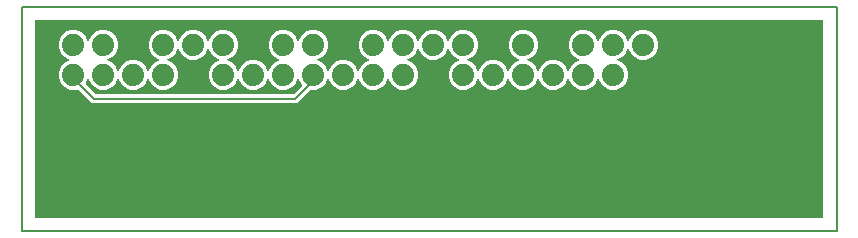
<source format=gbl>
G04 EAGLE Gerber X2 export*
%TF.Part,Single*%
%TF.FileFunction,Other,Bottom Layer Cooper*%
%TF.FilePolarity,Positive*%
%TF.GenerationSoftware,Autodesk,EAGLE,9.4.2*%
%TF.CreationDate,2020-04-14T05:47:31Z*%
G75*
%MOMM*%
%FSLAX34Y34*%
%LPD*%
%INBottom Cooper*%
%AMOC8*
5,1,8,0,0,1.08239X$1,22.5*%
G01*
%ADD10C,0.200000*%
%ADD11C,1.879600*%
%ADD12C,0.152400*%

G36*
X677904Y-178830D02*
X677904Y-178830D01*
X677968Y-178831D01*
X678043Y-178810D01*
X678119Y-178799D01*
X678178Y-178773D01*
X678240Y-178756D01*
X678306Y-178715D01*
X678376Y-178683D01*
X678425Y-178641D01*
X678480Y-178608D01*
X678532Y-178550D01*
X678590Y-178500D01*
X678626Y-178446D01*
X678669Y-178398D01*
X678702Y-178329D01*
X678745Y-178264D01*
X678764Y-178202D01*
X678792Y-178145D01*
X678803Y-178075D01*
X678827Y-177994D01*
X678828Y-177909D01*
X678839Y-177840D01*
X678839Y-12160D01*
X678830Y-12096D01*
X678831Y-12032D01*
X678810Y-11957D01*
X678799Y-11881D01*
X678773Y-11822D01*
X678756Y-11760D01*
X678715Y-11694D01*
X678683Y-11624D01*
X678641Y-11575D01*
X678608Y-11520D01*
X678550Y-11468D01*
X678500Y-11410D01*
X678446Y-11374D01*
X678398Y-11331D01*
X678329Y-11298D01*
X678264Y-11255D01*
X678202Y-11236D01*
X678145Y-11208D01*
X678075Y-11197D01*
X677994Y-11173D01*
X677909Y-11172D01*
X677840Y-11161D01*
X12160Y-11161D01*
X12096Y-11170D01*
X12032Y-11169D01*
X11957Y-11190D01*
X11881Y-11201D01*
X11822Y-11227D01*
X11760Y-11244D01*
X11694Y-11285D01*
X11624Y-11317D01*
X11575Y-11359D01*
X11520Y-11392D01*
X11468Y-11450D01*
X11410Y-11500D01*
X11374Y-11554D01*
X11331Y-11602D01*
X11298Y-11671D01*
X11255Y-11736D01*
X11236Y-11798D01*
X11208Y-11855D01*
X11197Y-11925D01*
X11173Y-12006D01*
X11172Y-12091D01*
X11161Y-12160D01*
X11161Y-177840D01*
X11170Y-177904D01*
X11169Y-177968D01*
X11190Y-178043D01*
X11201Y-178119D01*
X11227Y-178178D01*
X11244Y-178240D01*
X11285Y-178306D01*
X11317Y-178376D01*
X11359Y-178425D01*
X11392Y-178480D01*
X11450Y-178532D01*
X11500Y-178590D01*
X11554Y-178626D01*
X11602Y-178669D01*
X11671Y-178702D01*
X11736Y-178745D01*
X11798Y-178764D01*
X11855Y-178792D01*
X11925Y-178803D01*
X12006Y-178827D01*
X12091Y-178828D01*
X12160Y-178839D01*
X677840Y-178839D01*
X677904Y-178830D01*
G37*
%LPC*%
G36*
X59382Y-81535D02*
X59382Y-81535D01*
X47933Y-70086D01*
X47926Y-70081D01*
X47920Y-70073D01*
X47813Y-69996D01*
X47708Y-69917D01*
X47699Y-69914D01*
X47691Y-69908D01*
X47568Y-69864D01*
X47444Y-69818D01*
X47434Y-69817D01*
X47425Y-69814D01*
X47294Y-69806D01*
X47163Y-69796D01*
X47153Y-69798D01*
X47144Y-69797D01*
X47069Y-69815D01*
X46887Y-69853D01*
X46865Y-69865D01*
X46844Y-69870D01*
X46176Y-70147D01*
X41224Y-70147D01*
X36649Y-68252D01*
X33148Y-64751D01*
X31253Y-60176D01*
X31253Y-55224D01*
X33148Y-50649D01*
X36649Y-47148D01*
X39607Y-45923D01*
X39635Y-45907D01*
X39665Y-45897D01*
X39756Y-45835D01*
X39850Y-45780D01*
X39872Y-45756D01*
X39898Y-45738D01*
X39968Y-45654D01*
X40043Y-45574D01*
X40057Y-45545D01*
X40078Y-45520D01*
X40121Y-45420D01*
X40170Y-45322D01*
X40176Y-45291D01*
X40189Y-45261D01*
X40202Y-45153D01*
X40223Y-45045D01*
X40220Y-45013D01*
X40224Y-44981D01*
X40206Y-44873D01*
X40196Y-44765D01*
X40184Y-44735D01*
X40179Y-44703D01*
X40132Y-44604D01*
X40091Y-44503D01*
X40071Y-44477D01*
X40058Y-44448D01*
X39985Y-44366D01*
X39918Y-44280D01*
X39892Y-44261D01*
X39870Y-44237D01*
X39793Y-44190D01*
X39689Y-44115D01*
X39643Y-44099D01*
X39607Y-44077D01*
X36649Y-42852D01*
X33148Y-39351D01*
X31253Y-34776D01*
X31253Y-29824D01*
X33148Y-25249D01*
X36649Y-21748D01*
X41224Y-19853D01*
X46176Y-19853D01*
X50751Y-21748D01*
X54252Y-25249D01*
X55477Y-28207D01*
X55493Y-28235D01*
X55503Y-28265D01*
X55565Y-28356D01*
X55620Y-28450D01*
X55644Y-28472D01*
X55662Y-28498D01*
X55746Y-28568D01*
X55826Y-28643D01*
X55855Y-28657D01*
X55880Y-28678D01*
X55980Y-28721D01*
X56078Y-28770D01*
X56109Y-28776D01*
X56139Y-28789D01*
X56247Y-28802D01*
X56355Y-28823D01*
X56387Y-28820D01*
X56419Y-28824D01*
X56527Y-28806D01*
X56635Y-28796D01*
X56665Y-28784D01*
X56697Y-28779D01*
X56796Y-28732D01*
X56897Y-28691D01*
X56923Y-28671D01*
X56952Y-28657D01*
X57034Y-28585D01*
X57120Y-28518D01*
X57139Y-28491D01*
X57163Y-28470D01*
X57210Y-28393D01*
X57285Y-28289D01*
X57301Y-28243D01*
X57323Y-28207D01*
X58548Y-25249D01*
X62049Y-21748D01*
X66624Y-19853D01*
X71576Y-19853D01*
X76151Y-21748D01*
X79652Y-25249D01*
X81547Y-29824D01*
X81547Y-34776D01*
X79652Y-39351D01*
X76151Y-42852D01*
X73193Y-44077D01*
X73165Y-44093D01*
X73135Y-44103D01*
X73044Y-44165D01*
X72950Y-44220D01*
X72928Y-44244D01*
X72902Y-44262D01*
X72832Y-44347D01*
X72757Y-44426D01*
X72743Y-44455D01*
X72722Y-44480D01*
X72679Y-44580D01*
X72630Y-44678D01*
X72624Y-44709D01*
X72611Y-44739D01*
X72598Y-44847D01*
X72577Y-44955D01*
X72580Y-44987D01*
X72576Y-45019D01*
X72594Y-45127D01*
X72604Y-45235D01*
X72616Y-45265D01*
X72621Y-45297D01*
X72668Y-45396D01*
X72709Y-45497D01*
X72729Y-45523D01*
X72743Y-45552D01*
X72815Y-45634D01*
X72882Y-45720D01*
X72909Y-45739D01*
X72930Y-45763D01*
X73007Y-45810D01*
X73111Y-45885D01*
X73157Y-45901D01*
X73193Y-45923D01*
X76151Y-47148D01*
X79652Y-50649D01*
X80877Y-53607D01*
X80893Y-53635D01*
X80903Y-53665D01*
X80965Y-53756D01*
X81020Y-53850D01*
X81044Y-53872D01*
X81062Y-53898D01*
X81146Y-53968D01*
X81226Y-54043D01*
X81255Y-54057D01*
X81280Y-54078D01*
X81380Y-54121D01*
X81478Y-54170D01*
X81509Y-54176D01*
X81539Y-54189D01*
X81647Y-54202D01*
X81755Y-54223D01*
X81787Y-54220D01*
X81819Y-54224D01*
X81927Y-54206D01*
X82035Y-54196D01*
X82065Y-54184D01*
X82097Y-54179D01*
X82196Y-54132D01*
X82297Y-54091D01*
X82323Y-54071D01*
X82352Y-54057D01*
X82434Y-53985D01*
X82520Y-53918D01*
X82539Y-53891D01*
X82563Y-53870D01*
X82610Y-53793D01*
X82685Y-53689D01*
X82701Y-53643D01*
X82723Y-53607D01*
X83948Y-50649D01*
X87449Y-47148D01*
X92024Y-45253D01*
X96976Y-45253D01*
X101551Y-47148D01*
X105052Y-50649D01*
X106277Y-53607D01*
X106293Y-53635D01*
X106303Y-53665D01*
X106365Y-53756D01*
X106420Y-53850D01*
X106444Y-53872D01*
X106462Y-53898D01*
X106546Y-53968D01*
X106626Y-54043D01*
X106655Y-54057D01*
X106680Y-54078D01*
X106780Y-54121D01*
X106878Y-54170D01*
X106909Y-54176D01*
X106939Y-54189D01*
X107047Y-54202D01*
X107155Y-54223D01*
X107187Y-54220D01*
X107219Y-54224D01*
X107327Y-54206D01*
X107435Y-54196D01*
X107465Y-54184D01*
X107497Y-54179D01*
X107596Y-54132D01*
X107697Y-54091D01*
X107723Y-54071D01*
X107752Y-54057D01*
X107834Y-53985D01*
X107920Y-53918D01*
X107939Y-53891D01*
X107963Y-53870D01*
X108010Y-53793D01*
X108085Y-53689D01*
X108101Y-53643D01*
X108123Y-53607D01*
X109348Y-50649D01*
X112849Y-47148D01*
X115807Y-45923D01*
X115835Y-45907D01*
X115865Y-45897D01*
X115956Y-45835D01*
X116050Y-45780D01*
X116072Y-45756D01*
X116098Y-45738D01*
X116168Y-45654D01*
X116243Y-45574D01*
X116257Y-45545D01*
X116278Y-45520D01*
X116321Y-45420D01*
X116370Y-45322D01*
X116376Y-45291D01*
X116389Y-45261D01*
X116402Y-45153D01*
X116423Y-45045D01*
X116420Y-45013D01*
X116424Y-44981D01*
X116406Y-44873D01*
X116396Y-44765D01*
X116384Y-44735D01*
X116379Y-44703D01*
X116332Y-44604D01*
X116291Y-44503D01*
X116271Y-44477D01*
X116257Y-44448D01*
X116185Y-44366D01*
X116118Y-44280D01*
X116091Y-44261D01*
X116070Y-44237D01*
X115993Y-44190D01*
X115889Y-44115D01*
X115843Y-44099D01*
X115807Y-44077D01*
X112849Y-42852D01*
X109348Y-39351D01*
X107453Y-34776D01*
X107453Y-29824D01*
X109348Y-25249D01*
X112849Y-21748D01*
X117424Y-19853D01*
X122376Y-19853D01*
X126951Y-21748D01*
X130452Y-25249D01*
X131677Y-28207D01*
X131693Y-28235D01*
X131703Y-28265D01*
X131765Y-28356D01*
X131820Y-28450D01*
X131844Y-28472D01*
X131862Y-28498D01*
X131947Y-28568D01*
X132026Y-28643D01*
X132055Y-28657D01*
X132080Y-28678D01*
X132180Y-28721D01*
X132278Y-28770D01*
X132309Y-28776D01*
X132339Y-28789D01*
X132447Y-28802D01*
X132555Y-28823D01*
X132587Y-28820D01*
X132619Y-28824D01*
X132727Y-28806D01*
X132835Y-28796D01*
X132865Y-28784D01*
X132897Y-28779D01*
X132996Y-28732D01*
X133097Y-28691D01*
X133123Y-28671D01*
X133152Y-28657D01*
X133234Y-28585D01*
X133320Y-28518D01*
X133339Y-28491D01*
X133363Y-28470D01*
X133410Y-28393D01*
X133485Y-28289D01*
X133501Y-28243D01*
X133523Y-28207D01*
X134748Y-25249D01*
X138249Y-21748D01*
X142824Y-19853D01*
X147776Y-19853D01*
X152351Y-21748D01*
X155852Y-25249D01*
X157077Y-28207D01*
X157093Y-28235D01*
X157103Y-28265D01*
X157165Y-28356D01*
X157220Y-28450D01*
X157244Y-28472D01*
X157262Y-28498D01*
X157346Y-28568D01*
X157426Y-28643D01*
X157455Y-28657D01*
X157480Y-28678D01*
X157580Y-28721D01*
X157678Y-28770D01*
X157709Y-28776D01*
X157739Y-28789D01*
X157847Y-28802D01*
X157955Y-28823D01*
X157987Y-28820D01*
X158019Y-28824D01*
X158127Y-28806D01*
X158235Y-28796D01*
X158265Y-28784D01*
X158297Y-28779D01*
X158396Y-28732D01*
X158497Y-28691D01*
X158523Y-28671D01*
X158552Y-28658D01*
X158634Y-28585D01*
X158720Y-28518D01*
X158739Y-28492D01*
X158763Y-28470D01*
X158810Y-28393D01*
X158885Y-28289D01*
X158901Y-28243D01*
X158923Y-28207D01*
X160148Y-25249D01*
X163649Y-21748D01*
X168224Y-19853D01*
X173176Y-19853D01*
X177751Y-21748D01*
X181252Y-25249D01*
X183147Y-29824D01*
X183147Y-34776D01*
X181252Y-39351D01*
X177751Y-42852D01*
X174793Y-44077D01*
X174765Y-44093D01*
X174735Y-44103D01*
X174645Y-44165D01*
X174550Y-44220D01*
X174528Y-44244D01*
X174502Y-44262D01*
X174432Y-44347D01*
X174357Y-44426D01*
X174343Y-44455D01*
X174322Y-44480D01*
X174279Y-44580D01*
X174230Y-44678D01*
X174224Y-44709D01*
X174211Y-44739D01*
X174198Y-44847D01*
X174177Y-44955D01*
X174180Y-44987D01*
X174176Y-45019D01*
X174194Y-45127D01*
X174204Y-45235D01*
X174216Y-45265D01*
X174221Y-45297D01*
X174268Y-45396D01*
X174309Y-45497D01*
X174329Y-45523D01*
X174342Y-45552D01*
X174415Y-45634D01*
X174482Y-45720D01*
X174508Y-45739D01*
X174530Y-45763D01*
X174607Y-45810D01*
X174711Y-45885D01*
X174757Y-45901D01*
X174793Y-45923D01*
X177751Y-47148D01*
X181252Y-50649D01*
X182477Y-53607D01*
X182493Y-53635D01*
X182503Y-53665D01*
X182565Y-53756D01*
X182620Y-53850D01*
X182644Y-53872D01*
X182662Y-53898D01*
X182746Y-53968D01*
X182826Y-54043D01*
X182855Y-54057D01*
X182880Y-54078D01*
X182980Y-54121D01*
X183078Y-54170D01*
X183109Y-54176D01*
X183139Y-54189D01*
X183247Y-54202D01*
X183355Y-54223D01*
X183387Y-54220D01*
X183419Y-54224D01*
X183527Y-54206D01*
X183635Y-54196D01*
X183665Y-54184D01*
X183697Y-54179D01*
X183796Y-54132D01*
X183897Y-54091D01*
X183923Y-54071D01*
X183952Y-54058D01*
X184034Y-53985D01*
X184120Y-53918D01*
X184139Y-53892D01*
X184163Y-53870D01*
X184210Y-53793D01*
X184285Y-53689D01*
X184301Y-53643D01*
X184323Y-53607D01*
X185548Y-50649D01*
X189049Y-47148D01*
X193624Y-45253D01*
X198576Y-45253D01*
X203151Y-47148D01*
X206652Y-50649D01*
X207877Y-53607D01*
X207893Y-53635D01*
X207903Y-53665D01*
X207965Y-53756D01*
X208020Y-53850D01*
X208044Y-53872D01*
X208062Y-53898D01*
X208146Y-53968D01*
X208226Y-54043D01*
X208255Y-54057D01*
X208280Y-54078D01*
X208380Y-54121D01*
X208478Y-54170D01*
X208509Y-54176D01*
X208539Y-54189D01*
X208647Y-54202D01*
X208755Y-54223D01*
X208787Y-54220D01*
X208819Y-54224D01*
X208927Y-54206D01*
X209035Y-54196D01*
X209065Y-54184D01*
X209097Y-54179D01*
X209196Y-54132D01*
X209297Y-54091D01*
X209323Y-54071D01*
X209352Y-54058D01*
X209434Y-53985D01*
X209520Y-53918D01*
X209539Y-53892D01*
X209563Y-53870D01*
X209610Y-53793D01*
X209685Y-53689D01*
X209701Y-53643D01*
X209723Y-53607D01*
X210948Y-50649D01*
X214449Y-47148D01*
X217407Y-45923D01*
X217435Y-45907D01*
X217465Y-45897D01*
X217556Y-45835D01*
X217650Y-45780D01*
X217672Y-45756D01*
X217698Y-45738D01*
X217768Y-45654D01*
X217843Y-45574D01*
X217857Y-45545D01*
X217878Y-45520D01*
X217921Y-45420D01*
X217970Y-45322D01*
X217976Y-45291D01*
X217989Y-45261D01*
X218002Y-45153D01*
X218023Y-45045D01*
X218020Y-45013D01*
X218024Y-44981D01*
X218006Y-44873D01*
X217996Y-44765D01*
X217984Y-44735D01*
X217979Y-44703D01*
X217932Y-44604D01*
X217891Y-44503D01*
X217871Y-44477D01*
X217858Y-44448D01*
X217785Y-44366D01*
X217718Y-44280D01*
X217692Y-44261D01*
X217670Y-44237D01*
X217593Y-44190D01*
X217489Y-44115D01*
X217443Y-44099D01*
X217407Y-44077D01*
X214449Y-42852D01*
X210948Y-39351D01*
X209053Y-34776D01*
X209053Y-29824D01*
X210948Y-25249D01*
X214449Y-21748D01*
X219024Y-19853D01*
X223976Y-19853D01*
X228551Y-21748D01*
X232052Y-25249D01*
X233277Y-28207D01*
X233293Y-28235D01*
X233303Y-28265D01*
X233365Y-28356D01*
X233420Y-28450D01*
X233444Y-28472D01*
X233462Y-28498D01*
X233546Y-28568D01*
X233626Y-28643D01*
X233655Y-28657D01*
X233680Y-28678D01*
X233780Y-28721D01*
X233878Y-28770D01*
X233909Y-28776D01*
X233939Y-28789D01*
X234047Y-28802D01*
X234155Y-28823D01*
X234187Y-28820D01*
X234219Y-28824D01*
X234327Y-28806D01*
X234435Y-28796D01*
X234465Y-28784D01*
X234497Y-28779D01*
X234596Y-28732D01*
X234697Y-28691D01*
X234723Y-28671D01*
X234752Y-28658D01*
X234834Y-28585D01*
X234920Y-28518D01*
X234939Y-28492D01*
X234963Y-28470D01*
X235010Y-28393D01*
X235085Y-28289D01*
X235101Y-28243D01*
X235123Y-28207D01*
X236348Y-25249D01*
X239849Y-21748D01*
X244424Y-19853D01*
X249376Y-19853D01*
X253951Y-21748D01*
X257452Y-25249D01*
X259347Y-29824D01*
X259347Y-34776D01*
X257452Y-39351D01*
X253951Y-42852D01*
X250993Y-44077D01*
X250965Y-44093D01*
X250935Y-44103D01*
X250845Y-44165D01*
X250750Y-44220D01*
X250728Y-44244D01*
X250702Y-44262D01*
X250632Y-44347D01*
X250557Y-44426D01*
X250543Y-44455D01*
X250522Y-44480D01*
X250479Y-44580D01*
X250430Y-44678D01*
X250424Y-44709D01*
X250411Y-44739D01*
X250398Y-44847D01*
X250377Y-44955D01*
X250380Y-44987D01*
X250376Y-45019D01*
X250394Y-45127D01*
X250404Y-45235D01*
X250416Y-45265D01*
X250421Y-45297D01*
X250468Y-45396D01*
X250509Y-45497D01*
X250529Y-45523D01*
X250542Y-45552D01*
X250615Y-45634D01*
X250682Y-45720D01*
X250708Y-45739D01*
X250730Y-45763D01*
X250807Y-45810D01*
X250911Y-45885D01*
X250957Y-45901D01*
X250993Y-45923D01*
X253951Y-47148D01*
X257452Y-50649D01*
X258677Y-53607D01*
X258693Y-53635D01*
X258703Y-53665D01*
X258765Y-53756D01*
X258820Y-53850D01*
X258844Y-53872D01*
X258862Y-53898D01*
X258946Y-53968D01*
X259026Y-54043D01*
X259055Y-54057D01*
X259080Y-54078D01*
X259180Y-54121D01*
X259278Y-54170D01*
X259309Y-54176D01*
X259339Y-54189D01*
X259447Y-54202D01*
X259555Y-54223D01*
X259587Y-54220D01*
X259619Y-54224D01*
X259727Y-54206D01*
X259835Y-54196D01*
X259865Y-54184D01*
X259897Y-54179D01*
X259996Y-54132D01*
X260097Y-54091D01*
X260123Y-54071D01*
X260152Y-54057D01*
X260234Y-53985D01*
X260320Y-53918D01*
X260339Y-53891D01*
X260363Y-53870D01*
X260410Y-53793D01*
X260485Y-53689D01*
X260501Y-53643D01*
X260523Y-53607D01*
X261748Y-50649D01*
X265249Y-47148D01*
X269824Y-45253D01*
X274776Y-45253D01*
X279351Y-47148D01*
X282852Y-50649D01*
X284077Y-53607D01*
X284093Y-53635D01*
X284103Y-53665D01*
X284165Y-53756D01*
X284220Y-53850D01*
X284244Y-53872D01*
X284262Y-53898D01*
X284346Y-53968D01*
X284426Y-54043D01*
X284455Y-54057D01*
X284480Y-54078D01*
X284580Y-54121D01*
X284678Y-54170D01*
X284709Y-54176D01*
X284739Y-54189D01*
X284847Y-54202D01*
X284955Y-54223D01*
X284987Y-54220D01*
X285019Y-54224D01*
X285127Y-54206D01*
X285235Y-54196D01*
X285265Y-54184D01*
X285297Y-54179D01*
X285396Y-54132D01*
X285497Y-54091D01*
X285523Y-54071D01*
X285552Y-54057D01*
X285634Y-53985D01*
X285720Y-53918D01*
X285739Y-53891D01*
X285763Y-53870D01*
X285810Y-53793D01*
X285885Y-53689D01*
X285901Y-53643D01*
X285923Y-53607D01*
X287148Y-50649D01*
X290649Y-47148D01*
X293607Y-45923D01*
X293635Y-45907D01*
X293665Y-45897D01*
X293756Y-45835D01*
X293850Y-45780D01*
X293872Y-45756D01*
X293898Y-45738D01*
X293968Y-45654D01*
X294043Y-45574D01*
X294057Y-45545D01*
X294078Y-45520D01*
X294121Y-45420D01*
X294170Y-45322D01*
X294176Y-45291D01*
X294189Y-45261D01*
X294202Y-45153D01*
X294223Y-45045D01*
X294220Y-45013D01*
X294224Y-44981D01*
X294206Y-44873D01*
X294196Y-44765D01*
X294184Y-44735D01*
X294179Y-44703D01*
X294132Y-44604D01*
X294091Y-44503D01*
X294071Y-44477D01*
X294057Y-44448D01*
X293985Y-44366D01*
X293918Y-44280D01*
X293891Y-44261D01*
X293870Y-44237D01*
X293793Y-44190D01*
X293689Y-44115D01*
X293643Y-44099D01*
X293607Y-44077D01*
X290649Y-42852D01*
X287148Y-39351D01*
X285253Y-34776D01*
X285253Y-29824D01*
X287148Y-25249D01*
X290649Y-21748D01*
X295224Y-19853D01*
X300176Y-19853D01*
X304751Y-21748D01*
X308252Y-25249D01*
X309477Y-28207D01*
X309493Y-28235D01*
X309503Y-28265D01*
X309565Y-28356D01*
X309620Y-28450D01*
X309644Y-28472D01*
X309662Y-28498D01*
X309746Y-28568D01*
X309826Y-28643D01*
X309855Y-28657D01*
X309880Y-28678D01*
X309980Y-28721D01*
X310078Y-28770D01*
X310109Y-28776D01*
X310139Y-28789D01*
X310247Y-28802D01*
X310355Y-28823D01*
X310387Y-28820D01*
X310419Y-28824D01*
X310527Y-28806D01*
X310635Y-28796D01*
X310665Y-28784D01*
X310697Y-28779D01*
X310796Y-28732D01*
X310897Y-28691D01*
X310923Y-28671D01*
X310952Y-28657D01*
X311034Y-28585D01*
X311120Y-28518D01*
X311139Y-28491D01*
X311163Y-28470D01*
X311210Y-28393D01*
X311285Y-28289D01*
X311301Y-28243D01*
X311323Y-28207D01*
X312548Y-25249D01*
X316049Y-21748D01*
X320624Y-19853D01*
X325576Y-19853D01*
X330151Y-21748D01*
X333652Y-25249D01*
X334877Y-28207D01*
X334893Y-28235D01*
X334903Y-28265D01*
X334965Y-28356D01*
X335020Y-28450D01*
X335044Y-28472D01*
X335062Y-28498D01*
X335146Y-28568D01*
X335226Y-28643D01*
X335255Y-28657D01*
X335280Y-28678D01*
X335380Y-28721D01*
X335478Y-28770D01*
X335509Y-28776D01*
X335539Y-28789D01*
X335647Y-28802D01*
X335755Y-28823D01*
X335787Y-28820D01*
X335819Y-28824D01*
X335927Y-28806D01*
X336035Y-28796D01*
X336065Y-28784D01*
X336097Y-28779D01*
X336196Y-28732D01*
X336297Y-28691D01*
X336323Y-28671D01*
X336352Y-28657D01*
X336434Y-28585D01*
X336520Y-28518D01*
X336539Y-28491D01*
X336563Y-28470D01*
X336610Y-28393D01*
X336685Y-28289D01*
X336701Y-28243D01*
X336723Y-28207D01*
X337948Y-25249D01*
X341449Y-21748D01*
X346024Y-19853D01*
X350976Y-19853D01*
X355551Y-21748D01*
X359052Y-25249D01*
X360277Y-28207D01*
X360293Y-28235D01*
X360303Y-28265D01*
X360365Y-28356D01*
X360420Y-28450D01*
X360444Y-28472D01*
X360462Y-28498D01*
X360546Y-28568D01*
X360626Y-28643D01*
X360655Y-28657D01*
X360680Y-28678D01*
X360780Y-28721D01*
X360878Y-28770D01*
X360909Y-28776D01*
X360939Y-28789D01*
X361047Y-28802D01*
X361155Y-28823D01*
X361187Y-28820D01*
X361219Y-28824D01*
X361327Y-28806D01*
X361435Y-28796D01*
X361465Y-28784D01*
X361497Y-28779D01*
X361596Y-28732D01*
X361697Y-28691D01*
X361723Y-28671D01*
X361752Y-28657D01*
X361834Y-28585D01*
X361920Y-28518D01*
X361939Y-28491D01*
X361963Y-28470D01*
X362010Y-28393D01*
X362085Y-28289D01*
X362101Y-28243D01*
X362123Y-28207D01*
X363348Y-25249D01*
X366849Y-21748D01*
X371424Y-19853D01*
X376376Y-19853D01*
X380951Y-21748D01*
X384452Y-25249D01*
X386347Y-29824D01*
X386347Y-34776D01*
X384452Y-39351D01*
X380951Y-42852D01*
X377993Y-44077D01*
X377965Y-44093D01*
X377935Y-44103D01*
X377844Y-44165D01*
X377750Y-44220D01*
X377728Y-44244D01*
X377702Y-44262D01*
X377632Y-44347D01*
X377557Y-44426D01*
X377543Y-44455D01*
X377522Y-44480D01*
X377479Y-44580D01*
X377430Y-44678D01*
X377424Y-44709D01*
X377411Y-44739D01*
X377398Y-44847D01*
X377377Y-44955D01*
X377380Y-44987D01*
X377376Y-45019D01*
X377394Y-45127D01*
X377404Y-45235D01*
X377416Y-45265D01*
X377421Y-45297D01*
X377468Y-45396D01*
X377509Y-45497D01*
X377529Y-45523D01*
X377543Y-45552D01*
X377615Y-45634D01*
X377682Y-45720D01*
X377709Y-45739D01*
X377730Y-45763D01*
X377807Y-45810D01*
X377911Y-45885D01*
X377957Y-45901D01*
X377993Y-45923D01*
X380951Y-47148D01*
X384452Y-50649D01*
X385677Y-53607D01*
X385693Y-53635D01*
X385703Y-53665D01*
X385765Y-53756D01*
X385820Y-53850D01*
X385844Y-53872D01*
X385862Y-53898D01*
X385946Y-53968D01*
X386026Y-54043D01*
X386055Y-54057D01*
X386080Y-54078D01*
X386180Y-54121D01*
X386278Y-54170D01*
X386309Y-54176D01*
X386339Y-54189D01*
X386447Y-54202D01*
X386555Y-54223D01*
X386587Y-54220D01*
X386619Y-54224D01*
X386727Y-54206D01*
X386835Y-54196D01*
X386865Y-54184D01*
X386897Y-54179D01*
X386996Y-54132D01*
X387097Y-54091D01*
X387123Y-54071D01*
X387152Y-54057D01*
X387234Y-53985D01*
X387320Y-53918D01*
X387339Y-53891D01*
X387363Y-53870D01*
X387410Y-53793D01*
X387485Y-53689D01*
X387501Y-53643D01*
X387523Y-53607D01*
X388748Y-50649D01*
X392249Y-47148D01*
X396824Y-45253D01*
X401776Y-45253D01*
X406351Y-47148D01*
X409852Y-50649D01*
X411077Y-53607D01*
X411093Y-53635D01*
X411103Y-53665D01*
X411165Y-53756D01*
X411220Y-53850D01*
X411244Y-53872D01*
X411262Y-53898D01*
X411346Y-53968D01*
X411426Y-54043D01*
X411455Y-54057D01*
X411480Y-54078D01*
X411580Y-54121D01*
X411678Y-54170D01*
X411709Y-54176D01*
X411739Y-54189D01*
X411847Y-54202D01*
X411955Y-54223D01*
X411987Y-54220D01*
X412019Y-54224D01*
X412127Y-54206D01*
X412235Y-54196D01*
X412265Y-54184D01*
X412297Y-54179D01*
X412396Y-54132D01*
X412497Y-54091D01*
X412523Y-54071D01*
X412552Y-54057D01*
X412634Y-53985D01*
X412720Y-53918D01*
X412739Y-53891D01*
X412763Y-53870D01*
X412810Y-53793D01*
X412885Y-53689D01*
X412901Y-53643D01*
X412923Y-53607D01*
X414148Y-50649D01*
X417649Y-47148D01*
X420607Y-45923D01*
X420635Y-45907D01*
X420665Y-45897D01*
X420756Y-45835D01*
X420850Y-45780D01*
X420872Y-45756D01*
X420898Y-45738D01*
X420968Y-45654D01*
X421043Y-45574D01*
X421057Y-45545D01*
X421078Y-45520D01*
X421121Y-45420D01*
X421170Y-45322D01*
X421176Y-45291D01*
X421189Y-45261D01*
X421202Y-45153D01*
X421223Y-45045D01*
X421220Y-45013D01*
X421224Y-44981D01*
X421206Y-44873D01*
X421196Y-44765D01*
X421184Y-44735D01*
X421179Y-44703D01*
X421132Y-44604D01*
X421091Y-44503D01*
X421071Y-44477D01*
X421057Y-44448D01*
X420985Y-44366D01*
X420918Y-44280D01*
X420891Y-44261D01*
X420870Y-44237D01*
X420793Y-44190D01*
X420689Y-44115D01*
X420643Y-44099D01*
X420607Y-44077D01*
X417649Y-42852D01*
X414148Y-39351D01*
X412253Y-34776D01*
X412253Y-29824D01*
X414148Y-25249D01*
X417649Y-21748D01*
X422224Y-19853D01*
X427176Y-19853D01*
X431751Y-21748D01*
X435252Y-25249D01*
X437147Y-29824D01*
X437147Y-34776D01*
X435252Y-39351D01*
X431751Y-42852D01*
X428793Y-44077D01*
X428765Y-44093D01*
X428735Y-44103D01*
X428644Y-44165D01*
X428550Y-44220D01*
X428528Y-44244D01*
X428502Y-44262D01*
X428432Y-44347D01*
X428357Y-44426D01*
X428343Y-44455D01*
X428322Y-44480D01*
X428279Y-44580D01*
X428230Y-44678D01*
X428224Y-44709D01*
X428211Y-44739D01*
X428198Y-44847D01*
X428177Y-44955D01*
X428180Y-44987D01*
X428176Y-45019D01*
X428194Y-45127D01*
X428204Y-45235D01*
X428216Y-45265D01*
X428221Y-45297D01*
X428268Y-45396D01*
X428309Y-45497D01*
X428329Y-45523D01*
X428343Y-45552D01*
X428415Y-45634D01*
X428482Y-45720D01*
X428509Y-45739D01*
X428530Y-45763D01*
X428607Y-45810D01*
X428711Y-45885D01*
X428757Y-45901D01*
X428793Y-45923D01*
X431751Y-47148D01*
X435252Y-50649D01*
X436477Y-53607D01*
X436493Y-53635D01*
X436503Y-53665D01*
X436565Y-53756D01*
X436620Y-53850D01*
X436644Y-53872D01*
X436662Y-53898D01*
X436746Y-53968D01*
X436826Y-54043D01*
X436855Y-54057D01*
X436880Y-54078D01*
X436980Y-54121D01*
X437078Y-54170D01*
X437109Y-54176D01*
X437139Y-54189D01*
X437247Y-54202D01*
X437355Y-54223D01*
X437387Y-54220D01*
X437419Y-54224D01*
X437527Y-54206D01*
X437635Y-54196D01*
X437665Y-54184D01*
X437697Y-54179D01*
X437796Y-54132D01*
X437897Y-54091D01*
X437923Y-54071D01*
X437952Y-54057D01*
X438034Y-53985D01*
X438120Y-53918D01*
X438139Y-53891D01*
X438163Y-53870D01*
X438210Y-53793D01*
X438285Y-53689D01*
X438301Y-53643D01*
X438323Y-53607D01*
X439548Y-50649D01*
X443049Y-47148D01*
X447624Y-45253D01*
X452576Y-45253D01*
X457151Y-47148D01*
X460652Y-50649D01*
X461877Y-53607D01*
X461893Y-53635D01*
X461903Y-53665D01*
X461965Y-53756D01*
X462020Y-53850D01*
X462044Y-53872D01*
X462062Y-53898D01*
X462146Y-53968D01*
X462226Y-54043D01*
X462255Y-54057D01*
X462280Y-54078D01*
X462380Y-54121D01*
X462478Y-54170D01*
X462509Y-54176D01*
X462539Y-54189D01*
X462647Y-54202D01*
X462755Y-54223D01*
X462787Y-54220D01*
X462819Y-54224D01*
X462927Y-54206D01*
X463035Y-54196D01*
X463065Y-54184D01*
X463097Y-54179D01*
X463196Y-54132D01*
X463297Y-54091D01*
X463323Y-54071D01*
X463352Y-54057D01*
X463434Y-53985D01*
X463520Y-53918D01*
X463539Y-53891D01*
X463563Y-53870D01*
X463610Y-53793D01*
X463685Y-53689D01*
X463701Y-53643D01*
X463723Y-53607D01*
X464948Y-50649D01*
X468449Y-47148D01*
X471407Y-45923D01*
X471435Y-45907D01*
X471465Y-45897D01*
X471556Y-45835D01*
X471650Y-45780D01*
X471672Y-45756D01*
X471698Y-45738D01*
X471768Y-45654D01*
X471843Y-45574D01*
X471857Y-45545D01*
X471878Y-45520D01*
X471921Y-45420D01*
X471970Y-45322D01*
X471976Y-45291D01*
X471989Y-45261D01*
X472002Y-45153D01*
X472023Y-45045D01*
X472020Y-45013D01*
X472024Y-44981D01*
X472006Y-44873D01*
X471996Y-44765D01*
X471984Y-44735D01*
X471979Y-44703D01*
X471932Y-44604D01*
X471891Y-44503D01*
X471871Y-44477D01*
X471857Y-44448D01*
X471785Y-44366D01*
X471718Y-44280D01*
X471691Y-44261D01*
X471670Y-44237D01*
X471593Y-44190D01*
X471489Y-44115D01*
X471443Y-44099D01*
X471407Y-44077D01*
X468449Y-42852D01*
X464948Y-39351D01*
X463053Y-34776D01*
X463053Y-29824D01*
X464948Y-25249D01*
X468449Y-21748D01*
X473024Y-19853D01*
X477976Y-19853D01*
X482551Y-21748D01*
X486052Y-25249D01*
X487277Y-28207D01*
X487293Y-28235D01*
X487303Y-28265D01*
X487365Y-28356D01*
X487420Y-28450D01*
X487444Y-28472D01*
X487462Y-28498D01*
X487546Y-28568D01*
X487626Y-28643D01*
X487655Y-28657D01*
X487680Y-28678D01*
X487780Y-28721D01*
X487878Y-28770D01*
X487909Y-28776D01*
X487939Y-28789D01*
X488047Y-28802D01*
X488155Y-28823D01*
X488187Y-28820D01*
X488219Y-28824D01*
X488327Y-28806D01*
X488435Y-28796D01*
X488465Y-28784D01*
X488497Y-28779D01*
X488596Y-28732D01*
X488697Y-28691D01*
X488723Y-28671D01*
X488752Y-28657D01*
X488834Y-28585D01*
X488920Y-28518D01*
X488939Y-28491D01*
X488963Y-28470D01*
X489010Y-28393D01*
X489085Y-28289D01*
X489101Y-28243D01*
X489123Y-28207D01*
X490348Y-25249D01*
X493849Y-21748D01*
X498424Y-19853D01*
X503376Y-19853D01*
X507951Y-21748D01*
X511452Y-25249D01*
X512677Y-28207D01*
X512693Y-28235D01*
X512703Y-28265D01*
X512765Y-28356D01*
X512820Y-28450D01*
X512844Y-28472D01*
X512862Y-28498D01*
X512946Y-28568D01*
X513026Y-28643D01*
X513055Y-28657D01*
X513080Y-28678D01*
X513180Y-28721D01*
X513278Y-28770D01*
X513309Y-28776D01*
X513339Y-28789D01*
X513447Y-28802D01*
X513555Y-28823D01*
X513587Y-28820D01*
X513619Y-28824D01*
X513727Y-28806D01*
X513835Y-28796D01*
X513865Y-28784D01*
X513897Y-28779D01*
X513996Y-28732D01*
X514097Y-28691D01*
X514123Y-28671D01*
X514152Y-28657D01*
X514234Y-28585D01*
X514320Y-28518D01*
X514339Y-28491D01*
X514363Y-28470D01*
X514410Y-28393D01*
X514485Y-28289D01*
X514501Y-28243D01*
X514523Y-28207D01*
X515748Y-25249D01*
X519249Y-21748D01*
X523824Y-19853D01*
X528776Y-19853D01*
X533351Y-21748D01*
X536852Y-25249D01*
X538747Y-29824D01*
X538747Y-34776D01*
X536852Y-39351D01*
X533351Y-42852D01*
X528776Y-44747D01*
X523824Y-44747D01*
X519249Y-42852D01*
X515748Y-39351D01*
X514523Y-36393D01*
X514507Y-36365D01*
X514497Y-36335D01*
X514435Y-36244D01*
X514380Y-36150D01*
X514356Y-36128D01*
X514338Y-36102D01*
X514253Y-36032D01*
X514174Y-35957D01*
X514145Y-35943D01*
X514120Y-35922D01*
X514020Y-35879D01*
X513922Y-35830D01*
X513891Y-35824D01*
X513861Y-35811D01*
X513753Y-35798D01*
X513645Y-35777D01*
X513613Y-35780D01*
X513581Y-35776D01*
X513473Y-35794D01*
X513365Y-35804D01*
X513335Y-35816D01*
X513303Y-35821D01*
X513204Y-35868D01*
X513103Y-35909D01*
X513077Y-35929D01*
X513048Y-35943D01*
X512966Y-36015D01*
X512880Y-36082D01*
X512861Y-36109D01*
X512837Y-36130D01*
X512790Y-36207D01*
X512715Y-36311D01*
X512699Y-36357D01*
X512677Y-36393D01*
X511452Y-39351D01*
X507951Y-42852D01*
X504993Y-44077D01*
X504965Y-44093D01*
X504935Y-44103D01*
X504844Y-44165D01*
X504750Y-44220D01*
X504728Y-44244D01*
X504702Y-44262D01*
X504632Y-44347D01*
X504557Y-44426D01*
X504543Y-44455D01*
X504522Y-44480D01*
X504479Y-44580D01*
X504430Y-44678D01*
X504424Y-44709D01*
X504411Y-44739D01*
X504398Y-44847D01*
X504377Y-44955D01*
X504380Y-44987D01*
X504376Y-45019D01*
X504394Y-45127D01*
X504404Y-45235D01*
X504416Y-45265D01*
X504421Y-45297D01*
X504468Y-45396D01*
X504509Y-45497D01*
X504529Y-45523D01*
X504543Y-45552D01*
X504615Y-45634D01*
X504682Y-45720D01*
X504709Y-45739D01*
X504730Y-45763D01*
X504807Y-45810D01*
X504911Y-45885D01*
X504957Y-45901D01*
X504993Y-45923D01*
X507951Y-47148D01*
X511452Y-50649D01*
X513347Y-55224D01*
X513347Y-60176D01*
X511452Y-64751D01*
X507951Y-68252D01*
X503376Y-70147D01*
X498424Y-70147D01*
X493849Y-68252D01*
X490348Y-64751D01*
X489123Y-61793D01*
X489107Y-61765D01*
X489097Y-61735D01*
X489035Y-61644D01*
X488980Y-61550D01*
X488956Y-61528D01*
X488938Y-61502D01*
X488853Y-61432D01*
X488774Y-61357D01*
X488745Y-61343D01*
X488720Y-61322D01*
X488620Y-61279D01*
X488522Y-61230D01*
X488491Y-61224D01*
X488461Y-61211D01*
X488353Y-61198D01*
X488245Y-61177D01*
X488213Y-61180D01*
X488181Y-61176D01*
X488073Y-61194D01*
X487965Y-61204D01*
X487935Y-61216D01*
X487903Y-61221D01*
X487804Y-61268D01*
X487703Y-61309D01*
X487677Y-61329D01*
X487648Y-61343D01*
X487566Y-61415D01*
X487480Y-61482D01*
X487461Y-61509D01*
X487437Y-61530D01*
X487390Y-61607D01*
X487315Y-61711D01*
X487299Y-61757D01*
X487277Y-61793D01*
X486052Y-64751D01*
X482551Y-68252D01*
X477976Y-70147D01*
X473024Y-70147D01*
X468449Y-68252D01*
X464948Y-64751D01*
X463723Y-61793D01*
X463707Y-61765D01*
X463697Y-61735D01*
X463635Y-61644D01*
X463580Y-61550D01*
X463556Y-61528D01*
X463538Y-61502D01*
X463453Y-61432D01*
X463374Y-61357D01*
X463345Y-61343D01*
X463320Y-61322D01*
X463220Y-61279D01*
X463122Y-61230D01*
X463091Y-61224D01*
X463061Y-61211D01*
X462953Y-61198D01*
X462845Y-61177D01*
X462813Y-61180D01*
X462781Y-61176D01*
X462673Y-61194D01*
X462565Y-61204D01*
X462535Y-61216D01*
X462503Y-61221D01*
X462404Y-61268D01*
X462303Y-61309D01*
X462277Y-61329D01*
X462248Y-61343D01*
X462166Y-61415D01*
X462080Y-61482D01*
X462061Y-61509D01*
X462037Y-61530D01*
X461990Y-61607D01*
X461915Y-61711D01*
X461899Y-61757D01*
X461877Y-61793D01*
X460652Y-64751D01*
X457151Y-68252D01*
X452576Y-70147D01*
X447624Y-70147D01*
X443049Y-68252D01*
X439548Y-64751D01*
X438323Y-61793D01*
X438307Y-61765D01*
X438297Y-61735D01*
X438235Y-61644D01*
X438180Y-61550D01*
X438156Y-61528D01*
X438138Y-61502D01*
X438053Y-61432D01*
X437974Y-61357D01*
X437945Y-61343D01*
X437920Y-61322D01*
X437820Y-61279D01*
X437722Y-61230D01*
X437691Y-61224D01*
X437661Y-61211D01*
X437553Y-61198D01*
X437445Y-61177D01*
X437413Y-61180D01*
X437381Y-61176D01*
X437273Y-61194D01*
X437165Y-61204D01*
X437135Y-61216D01*
X437103Y-61221D01*
X437004Y-61268D01*
X436903Y-61309D01*
X436877Y-61329D01*
X436848Y-61343D01*
X436766Y-61415D01*
X436680Y-61482D01*
X436661Y-61509D01*
X436637Y-61530D01*
X436590Y-61607D01*
X436515Y-61711D01*
X436499Y-61757D01*
X436477Y-61793D01*
X435252Y-64751D01*
X431751Y-68252D01*
X427176Y-70147D01*
X422224Y-70147D01*
X417649Y-68252D01*
X414148Y-64751D01*
X412923Y-61793D01*
X412907Y-61765D01*
X412897Y-61735D01*
X412835Y-61644D01*
X412780Y-61550D01*
X412756Y-61528D01*
X412738Y-61502D01*
X412653Y-61432D01*
X412574Y-61357D01*
X412545Y-61343D01*
X412520Y-61322D01*
X412420Y-61279D01*
X412322Y-61230D01*
X412291Y-61224D01*
X412261Y-61211D01*
X412153Y-61198D01*
X412045Y-61177D01*
X412013Y-61180D01*
X411981Y-61176D01*
X411873Y-61194D01*
X411765Y-61204D01*
X411735Y-61216D01*
X411703Y-61221D01*
X411604Y-61268D01*
X411503Y-61309D01*
X411477Y-61329D01*
X411448Y-61343D01*
X411366Y-61415D01*
X411280Y-61482D01*
X411261Y-61509D01*
X411237Y-61530D01*
X411190Y-61607D01*
X411115Y-61711D01*
X411099Y-61757D01*
X411077Y-61793D01*
X409852Y-64751D01*
X406351Y-68252D01*
X401776Y-70147D01*
X396824Y-70147D01*
X392249Y-68252D01*
X388748Y-64751D01*
X387523Y-61793D01*
X387507Y-61765D01*
X387497Y-61735D01*
X387435Y-61644D01*
X387380Y-61550D01*
X387356Y-61528D01*
X387338Y-61502D01*
X387253Y-61432D01*
X387174Y-61357D01*
X387145Y-61343D01*
X387120Y-61322D01*
X387020Y-61279D01*
X386922Y-61230D01*
X386891Y-61224D01*
X386861Y-61211D01*
X386753Y-61198D01*
X386645Y-61177D01*
X386613Y-61180D01*
X386581Y-61176D01*
X386473Y-61194D01*
X386365Y-61204D01*
X386335Y-61216D01*
X386303Y-61221D01*
X386204Y-61268D01*
X386103Y-61309D01*
X386077Y-61329D01*
X386048Y-61343D01*
X385966Y-61415D01*
X385880Y-61482D01*
X385861Y-61509D01*
X385837Y-61530D01*
X385790Y-61607D01*
X385715Y-61711D01*
X385699Y-61757D01*
X385677Y-61793D01*
X384452Y-64751D01*
X380951Y-68252D01*
X376376Y-70147D01*
X371424Y-70147D01*
X366849Y-68252D01*
X363348Y-64751D01*
X361453Y-60176D01*
X361453Y-55224D01*
X363348Y-50649D01*
X366849Y-47148D01*
X369807Y-45923D01*
X369835Y-45907D01*
X369865Y-45897D01*
X369956Y-45835D01*
X370050Y-45780D01*
X370072Y-45756D01*
X370098Y-45738D01*
X370168Y-45654D01*
X370243Y-45574D01*
X370257Y-45545D01*
X370278Y-45520D01*
X370321Y-45420D01*
X370370Y-45322D01*
X370376Y-45291D01*
X370389Y-45261D01*
X370402Y-45153D01*
X370423Y-45045D01*
X370420Y-45013D01*
X370424Y-44981D01*
X370406Y-44873D01*
X370396Y-44765D01*
X370384Y-44735D01*
X370379Y-44703D01*
X370332Y-44604D01*
X370291Y-44503D01*
X370271Y-44477D01*
X370257Y-44448D01*
X370185Y-44366D01*
X370118Y-44280D01*
X370091Y-44261D01*
X370070Y-44237D01*
X369993Y-44190D01*
X369889Y-44115D01*
X369843Y-44099D01*
X369807Y-44077D01*
X366849Y-42852D01*
X363348Y-39351D01*
X362123Y-36393D01*
X362107Y-36365D01*
X362097Y-36335D01*
X362035Y-36244D01*
X361980Y-36150D01*
X361956Y-36128D01*
X361938Y-36102D01*
X361853Y-36032D01*
X361774Y-35957D01*
X361745Y-35943D01*
X361720Y-35922D01*
X361620Y-35879D01*
X361522Y-35830D01*
X361491Y-35824D01*
X361461Y-35811D01*
X361353Y-35798D01*
X361245Y-35777D01*
X361213Y-35780D01*
X361181Y-35776D01*
X361073Y-35794D01*
X360965Y-35804D01*
X360935Y-35816D01*
X360903Y-35821D01*
X360804Y-35868D01*
X360703Y-35909D01*
X360677Y-35929D01*
X360648Y-35943D01*
X360566Y-36015D01*
X360480Y-36082D01*
X360461Y-36109D01*
X360437Y-36130D01*
X360390Y-36207D01*
X360315Y-36311D01*
X360299Y-36357D01*
X360277Y-36393D01*
X359052Y-39351D01*
X355551Y-42852D01*
X350976Y-44747D01*
X346024Y-44747D01*
X341449Y-42852D01*
X337948Y-39351D01*
X336723Y-36393D01*
X336707Y-36365D01*
X336697Y-36335D01*
X336635Y-36244D01*
X336580Y-36150D01*
X336556Y-36128D01*
X336538Y-36102D01*
X336453Y-36032D01*
X336374Y-35957D01*
X336345Y-35943D01*
X336320Y-35922D01*
X336220Y-35879D01*
X336122Y-35830D01*
X336091Y-35824D01*
X336061Y-35811D01*
X335953Y-35798D01*
X335845Y-35777D01*
X335813Y-35780D01*
X335781Y-35776D01*
X335673Y-35794D01*
X335565Y-35804D01*
X335535Y-35816D01*
X335503Y-35821D01*
X335404Y-35868D01*
X335303Y-35909D01*
X335277Y-35929D01*
X335248Y-35943D01*
X335166Y-36015D01*
X335080Y-36082D01*
X335061Y-36109D01*
X335037Y-36130D01*
X334990Y-36207D01*
X334915Y-36311D01*
X334899Y-36357D01*
X334877Y-36393D01*
X333652Y-39351D01*
X330151Y-42852D01*
X327193Y-44077D01*
X327165Y-44093D01*
X327135Y-44103D01*
X327044Y-44165D01*
X326950Y-44220D01*
X326928Y-44244D01*
X326902Y-44262D01*
X326832Y-44347D01*
X326757Y-44426D01*
X326743Y-44455D01*
X326722Y-44480D01*
X326679Y-44580D01*
X326630Y-44678D01*
X326624Y-44709D01*
X326611Y-44739D01*
X326598Y-44847D01*
X326577Y-44955D01*
X326580Y-44987D01*
X326576Y-45019D01*
X326594Y-45127D01*
X326604Y-45235D01*
X326616Y-45265D01*
X326621Y-45297D01*
X326668Y-45396D01*
X326709Y-45497D01*
X326729Y-45523D01*
X326743Y-45552D01*
X326815Y-45634D01*
X326882Y-45720D01*
X326909Y-45739D01*
X326930Y-45763D01*
X327007Y-45810D01*
X327111Y-45885D01*
X327157Y-45901D01*
X327193Y-45923D01*
X330151Y-47148D01*
X333652Y-50649D01*
X335547Y-55224D01*
X335547Y-60176D01*
X333652Y-64751D01*
X330151Y-68252D01*
X325576Y-70147D01*
X320624Y-70147D01*
X316049Y-68252D01*
X312548Y-64751D01*
X311323Y-61793D01*
X311307Y-61765D01*
X311297Y-61735D01*
X311235Y-61644D01*
X311180Y-61550D01*
X311156Y-61528D01*
X311138Y-61502D01*
X311053Y-61432D01*
X310974Y-61357D01*
X310945Y-61343D01*
X310920Y-61322D01*
X310820Y-61279D01*
X310722Y-61230D01*
X310691Y-61224D01*
X310661Y-61211D01*
X310553Y-61198D01*
X310445Y-61177D01*
X310413Y-61180D01*
X310381Y-61176D01*
X310273Y-61194D01*
X310165Y-61204D01*
X310135Y-61216D01*
X310103Y-61221D01*
X310004Y-61268D01*
X309903Y-61309D01*
X309877Y-61329D01*
X309848Y-61343D01*
X309766Y-61415D01*
X309680Y-61482D01*
X309661Y-61509D01*
X309637Y-61530D01*
X309590Y-61607D01*
X309515Y-61711D01*
X309499Y-61757D01*
X309477Y-61793D01*
X308252Y-64751D01*
X304751Y-68252D01*
X300176Y-70147D01*
X295224Y-70147D01*
X290649Y-68252D01*
X287148Y-64751D01*
X285923Y-61793D01*
X285907Y-61765D01*
X285897Y-61735D01*
X285835Y-61644D01*
X285780Y-61550D01*
X285756Y-61528D01*
X285738Y-61502D01*
X285653Y-61432D01*
X285574Y-61357D01*
X285545Y-61343D01*
X285520Y-61322D01*
X285420Y-61279D01*
X285322Y-61230D01*
X285291Y-61224D01*
X285261Y-61211D01*
X285153Y-61198D01*
X285045Y-61177D01*
X285013Y-61180D01*
X284981Y-61176D01*
X284873Y-61194D01*
X284765Y-61204D01*
X284735Y-61216D01*
X284703Y-61221D01*
X284604Y-61268D01*
X284503Y-61309D01*
X284477Y-61329D01*
X284448Y-61343D01*
X284366Y-61415D01*
X284280Y-61482D01*
X284261Y-61509D01*
X284237Y-61530D01*
X284190Y-61607D01*
X284115Y-61711D01*
X284099Y-61757D01*
X284077Y-61793D01*
X282852Y-64751D01*
X279351Y-68252D01*
X274776Y-70147D01*
X269824Y-70147D01*
X265249Y-68252D01*
X261748Y-64751D01*
X260523Y-61793D01*
X260507Y-61765D01*
X260497Y-61735D01*
X260435Y-61644D01*
X260380Y-61550D01*
X260356Y-61528D01*
X260338Y-61502D01*
X260253Y-61432D01*
X260174Y-61357D01*
X260145Y-61343D01*
X260120Y-61322D01*
X260020Y-61279D01*
X259922Y-61230D01*
X259891Y-61224D01*
X259861Y-61211D01*
X259753Y-61198D01*
X259645Y-61177D01*
X259613Y-61180D01*
X259581Y-61176D01*
X259473Y-61194D01*
X259365Y-61204D01*
X259335Y-61216D01*
X259303Y-61221D01*
X259204Y-61268D01*
X259103Y-61309D01*
X259077Y-61329D01*
X259048Y-61343D01*
X258966Y-61415D01*
X258880Y-61482D01*
X258861Y-61509D01*
X258837Y-61530D01*
X258790Y-61607D01*
X258715Y-61711D01*
X258699Y-61757D01*
X258677Y-61793D01*
X257452Y-64751D01*
X253951Y-68252D01*
X249376Y-70147D01*
X245028Y-70147D01*
X244933Y-70160D01*
X244837Y-70165D01*
X244794Y-70180D01*
X244749Y-70187D01*
X244662Y-70226D01*
X244571Y-70258D01*
X244536Y-70283D01*
X244492Y-70303D01*
X244395Y-70386D01*
X244322Y-70439D01*
X235751Y-79010D01*
X233226Y-81535D01*
X59382Y-81535D01*
G37*
%LPD*%
G36*
X229751Y-73900D02*
X229751Y-73900D01*
X229847Y-73895D01*
X229890Y-73880D01*
X229935Y-73873D01*
X230022Y-73834D01*
X230113Y-73802D01*
X230148Y-73777D01*
X230192Y-73757D01*
X230289Y-73674D01*
X230362Y-73621D01*
X237084Y-66899D01*
X237122Y-66848D01*
X237168Y-66803D01*
X237206Y-66736D01*
X237253Y-66674D01*
X237276Y-66613D01*
X237307Y-66558D01*
X237325Y-66482D01*
X237352Y-66410D01*
X237357Y-66346D01*
X237372Y-66283D01*
X237368Y-66206D01*
X237374Y-66129D01*
X237361Y-66066D01*
X237358Y-66001D01*
X237333Y-65928D01*
X237317Y-65852D01*
X237286Y-65796D01*
X237265Y-65735D01*
X237224Y-65678D01*
X237184Y-65603D01*
X237125Y-65543D01*
X237084Y-65486D01*
X236348Y-64751D01*
X235123Y-61793D01*
X235107Y-61765D01*
X235097Y-61735D01*
X235035Y-61645D01*
X234980Y-61550D01*
X234956Y-61528D01*
X234938Y-61502D01*
X234853Y-61432D01*
X234774Y-61357D01*
X234745Y-61343D01*
X234720Y-61322D01*
X234620Y-61279D01*
X234522Y-61230D01*
X234491Y-61224D01*
X234461Y-61211D01*
X234353Y-61198D01*
X234245Y-61177D01*
X234213Y-61180D01*
X234181Y-61176D01*
X234073Y-61194D01*
X233965Y-61204D01*
X233935Y-61216D01*
X233903Y-61221D01*
X233804Y-61268D01*
X233703Y-61309D01*
X233677Y-61329D01*
X233648Y-61342D01*
X233566Y-61415D01*
X233480Y-61482D01*
X233461Y-61508D01*
X233437Y-61530D01*
X233390Y-61607D01*
X233315Y-61711D01*
X233299Y-61757D01*
X233277Y-61793D01*
X232052Y-64751D01*
X228551Y-68252D01*
X223976Y-70147D01*
X219024Y-70147D01*
X214449Y-68252D01*
X210948Y-64751D01*
X209723Y-61793D01*
X209707Y-61765D01*
X209697Y-61735D01*
X209635Y-61645D01*
X209580Y-61550D01*
X209556Y-61528D01*
X209538Y-61502D01*
X209453Y-61432D01*
X209374Y-61357D01*
X209345Y-61343D01*
X209320Y-61322D01*
X209220Y-61279D01*
X209122Y-61230D01*
X209091Y-61224D01*
X209061Y-61211D01*
X208953Y-61198D01*
X208845Y-61177D01*
X208813Y-61180D01*
X208781Y-61176D01*
X208673Y-61194D01*
X208565Y-61204D01*
X208535Y-61216D01*
X208503Y-61221D01*
X208404Y-61268D01*
X208303Y-61309D01*
X208277Y-61329D01*
X208248Y-61342D01*
X208166Y-61415D01*
X208080Y-61482D01*
X208061Y-61508D01*
X208037Y-61530D01*
X207990Y-61607D01*
X207915Y-61711D01*
X207899Y-61757D01*
X207877Y-61793D01*
X206652Y-64751D01*
X203151Y-68252D01*
X198576Y-70147D01*
X193624Y-70147D01*
X189049Y-68252D01*
X185548Y-64751D01*
X184323Y-61793D01*
X184307Y-61765D01*
X184297Y-61735D01*
X184235Y-61645D01*
X184180Y-61550D01*
X184156Y-61528D01*
X184138Y-61502D01*
X184053Y-61432D01*
X183974Y-61357D01*
X183945Y-61343D01*
X183920Y-61322D01*
X183820Y-61279D01*
X183722Y-61230D01*
X183691Y-61224D01*
X183661Y-61211D01*
X183553Y-61198D01*
X183445Y-61177D01*
X183413Y-61180D01*
X183381Y-61176D01*
X183273Y-61194D01*
X183165Y-61204D01*
X183135Y-61216D01*
X183103Y-61221D01*
X183004Y-61268D01*
X182903Y-61309D01*
X182877Y-61329D01*
X182848Y-61342D01*
X182766Y-61415D01*
X182680Y-61482D01*
X182661Y-61508D01*
X182637Y-61530D01*
X182590Y-61607D01*
X182515Y-61711D01*
X182499Y-61757D01*
X182477Y-61793D01*
X181252Y-64751D01*
X177751Y-68252D01*
X173176Y-70147D01*
X168224Y-70147D01*
X163649Y-68252D01*
X160148Y-64751D01*
X158253Y-60176D01*
X158253Y-55224D01*
X160148Y-50649D01*
X163649Y-47148D01*
X166607Y-45923D01*
X166635Y-45907D01*
X166665Y-45897D01*
X166756Y-45835D01*
X166850Y-45780D01*
X166872Y-45756D01*
X166898Y-45738D01*
X166968Y-45654D01*
X167043Y-45574D01*
X167057Y-45545D01*
X167078Y-45520D01*
X167121Y-45420D01*
X167170Y-45322D01*
X167176Y-45291D01*
X167189Y-45261D01*
X167202Y-45153D01*
X167223Y-45045D01*
X167220Y-45013D01*
X167224Y-44981D01*
X167206Y-44873D01*
X167196Y-44765D01*
X167184Y-44735D01*
X167179Y-44703D01*
X167132Y-44604D01*
X167091Y-44503D01*
X167071Y-44477D01*
X167058Y-44448D01*
X166985Y-44366D01*
X166918Y-44280D01*
X166892Y-44261D01*
X166870Y-44237D01*
X166793Y-44190D01*
X166689Y-44115D01*
X166643Y-44099D01*
X166607Y-44077D01*
X163649Y-42852D01*
X160148Y-39351D01*
X158923Y-36393D01*
X158907Y-36365D01*
X158897Y-36335D01*
X158835Y-36245D01*
X158780Y-36150D01*
X158756Y-36128D01*
X158738Y-36102D01*
X158653Y-36032D01*
X158574Y-35957D01*
X158545Y-35943D01*
X158520Y-35922D01*
X158420Y-35879D01*
X158322Y-35830D01*
X158291Y-35824D01*
X158261Y-35811D01*
X158153Y-35798D01*
X158045Y-35777D01*
X158013Y-35780D01*
X157981Y-35776D01*
X157873Y-35794D01*
X157765Y-35804D01*
X157735Y-35816D01*
X157703Y-35821D01*
X157604Y-35868D01*
X157503Y-35909D01*
X157477Y-35929D01*
X157448Y-35942D01*
X157366Y-36015D01*
X157280Y-36082D01*
X157261Y-36108D01*
X157237Y-36130D01*
X157190Y-36207D01*
X157115Y-36311D01*
X157099Y-36357D01*
X157077Y-36393D01*
X155852Y-39351D01*
X152351Y-42852D01*
X147776Y-44747D01*
X142824Y-44747D01*
X138249Y-42852D01*
X134748Y-39351D01*
X133523Y-36393D01*
X133507Y-36365D01*
X133497Y-36335D01*
X133435Y-36244D01*
X133380Y-36150D01*
X133356Y-36128D01*
X133338Y-36102D01*
X133254Y-36032D01*
X133174Y-35957D01*
X133145Y-35943D01*
X133120Y-35922D01*
X133020Y-35879D01*
X132922Y-35830D01*
X132891Y-35824D01*
X132861Y-35811D01*
X132753Y-35798D01*
X132645Y-35777D01*
X132613Y-35780D01*
X132581Y-35776D01*
X132473Y-35794D01*
X132365Y-35804D01*
X132335Y-35816D01*
X132303Y-35821D01*
X132204Y-35868D01*
X132103Y-35909D01*
X132077Y-35929D01*
X132048Y-35943D01*
X131966Y-36015D01*
X131880Y-36082D01*
X131861Y-36109D01*
X131837Y-36130D01*
X131790Y-36207D01*
X131715Y-36311D01*
X131699Y-36357D01*
X131677Y-36393D01*
X130452Y-39351D01*
X126951Y-42852D01*
X123993Y-44077D01*
X123965Y-44093D01*
X123935Y-44103D01*
X123844Y-44165D01*
X123750Y-44220D01*
X123728Y-44244D01*
X123702Y-44262D01*
X123632Y-44347D01*
X123557Y-44426D01*
X123543Y-44455D01*
X123522Y-44480D01*
X123479Y-44580D01*
X123430Y-44678D01*
X123424Y-44709D01*
X123411Y-44739D01*
X123398Y-44847D01*
X123377Y-44955D01*
X123380Y-44987D01*
X123376Y-45019D01*
X123394Y-45127D01*
X123404Y-45235D01*
X123416Y-45265D01*
X123421Y-45297D01*
X123468Y-45396D01*
X123509Y-45497D01*
X123529Y-45523D01*
X123543Y-45552D01*
X123615Y-45634D01*
X123682Y-45720D01*
X123709Y-45739D01*
X123730Y-45763D01*
X123807Y-45810D01*
X123911Y-45885D01*
X123957Y-45901D01*
X123993Y-45923D01*
X126951Y-47148D01*
X130452Y-50649D01*
X132347Y-55224D01*
X132347Y-60176D01*
X130452Y-64751D01*
X126951Y-68252D01*
X122376Y-70147D01*
X117424Y-70147D01*
X112849Y-68252D01*
X109348Y-64751D01*
X108123Y-61793D01*
X108107Y-61765D01*
X108097Y-61735D01*
X108035Y-61644D01*
X107980Y-61550D01*
X107956Y-61528D01*
X107938Y-61502D01*
X107853Y-61432D01*
X107774Y-61357D01*
X107745Y-61343D01*
X107720Y-61322D01*
X107620Y-61279D01*
X107522Y-61230D01*
X107491Y-61224D01*
X107461Y-61211D01*
X107353Y-61198D01*
X107245Y-61177D01*
X107213Y-61180D01*
X107181Y-61176D01*
X107073Y-61194D01*
X106965Y-61204D01*
X106935Y-61216D01*
X106903Y-61221D01*
X106804Y-61268D01*
X106703Y-61309D01*
X106677Y-61329D01*
X106648Y-61343D01*
X106566Y-61415D01*
X106480Y-61482D01*
X106461Y-61509D01*
X106437Y-61530D01*
X106390Y-61607D01*
X106315Y-61711D01*
X106299Y-61757D01*
X106277Y-61793D01*
X105052Y-64751D01*
X101551Y-68252D01*
X96976Y-70147D01*
X92024Y-70147D01*
X87449Y-68252D01*
X83948Y-64751D01*
X82723Y-61793D01*
X82707Y-61765D01*
X82697Y-61735D01*
X82635Y-61644D01*
X82580Y-61550D01*
X82556Y-61528D01*
X82538Y-61502D01*
X82453Y-61432D01*
X82374Y-61357D01*
X82345Y-61343D01*
X82320Y-61322D01*
X82220Y-61279D01*
X82122Y-61230D01*
X82091Y-61224D01*
X82061Y-61211D01*
X81953Y-61198D01*
X81845Y-61177D01*
X81813Y-61180D01*
X81781Y-61176D01*
X81673Y-61194D01*
X81565Y-61204D01*
X81535Y-61216D01*
X81503Y-61221D01*
X81404Y-61268D01*
X81303Y-61309D01*
X81277Y-61329D01*
X81248Y-61343D01*
X81166Y-61415D01*
X81080Y-61482D01*
X81061Y-61509D01*
X81037Y-61530D01*
X80990Y-61607D01*
X80915Y-61711D01*
X80899Y-61757D01*
X80877Y-61793D01*
X79652Y-64751D01*
X76151Y-68252D01*
X71576Y-70147D01*
X66624Y-70147D01*
X62049Y-68252D01*
X58548Y-64751D01*
X57323Y-61793D01*
X57307Y-61765D01*
X57297Y-61735D01*
X57235Y-61644D01*
X57180Y-61550D01*
X57156Y-61528D01*
X57138Y-61502D01*
X57053Y-61432D01*
X56974Y-61357D01*
X56945Y-61343D01*
X56920Y-61322D01*
X56820Y-61279D01*
X56722Y-61230D01*
X56691Y-61224D01*
X56661Y-61211D01*
X56553Y-61198D01*
X56445Y-61177D01*
X56413Y-61180D01*
X56381Y-61176D01*
X56273Y-61194D01*
X56165Y-61204D01*
X56135Y-61216D01*
X56103Y-61221D01*
X56004Y-61268D01*
X55903Y-61309D01*
X55877Y-61329D01*
X55848Y-61343D01*
X55766Y-61415D01*
X55680Y-61482D01*
X55661Y-61509D01*
X55637Y-61530D01*
X55590Y-61607D01*
X55515Y-61711D01*
X55499Y-61757D01*
X55477Y-61793D01*
X54251Y-64753D01*
X54248Y-64762D01*
X54244Y-64771D01*
X54213Y-64900D01*
X54181Y-65026D01*
X54181Y-65036D01*
X54179Y-65045D01*
X54185Y-65178D01*
X54190Y-65308D01*
X54193Y-65317D01*
X54193Y-65327D01*
X54236Y-65451D01*
X54277Y-65576D01*
X54282Y-65584D01*
X54286Y-65593D01*
X54331Y-65655D01*
X54436Y-65809D01*
X54455Y-65825D01*
X54467Y-65842D01*
X62246Y-73621D01*
X62323Y-73678D01*
X62394Y-73743D01*
X62435Y-73763D01*
X62471Y-73790D01*
X62561Y-73824D01*
X62648Y-73866D01*
X62690Y-73872D01*
X62735Y-73889D01*
X62863Y-73899D01*
X62952Y-73913D01*
X229656Y-73913D01*
X229751Y-73900D01*
G37*
D10*
X0Y-190000D02*
X690000Y-190000D01*
X0Y-190000D02*
X0Y0D01*
X690000Y0D02*
X690000Y-190000D01*
X690000Y0D02*
X0Y0D01*
D11*
X43700Y-57700D03*
X145300Y-32300D03*
X170700Y-57700D03*
X170700Y-32300D03*
X196100Y-57700D03*
X196100Y-32300D03*
X221500Y-57700D03*
X221500Y-32300D03*
X246900Y-57700D03*
X246900Y-32300D03*
X272300Y-57700D03*
X43700Y-32300D03*
X272300Y-32300D03*
X297700Y-57700D03*
X297700Y-32300D03*
X323100Y-57700D03*
X323100Y-32300D03*
X348500Y-57700D03*
X348500Y-32300D03*
X373900Y-57700D03*
X373900Y-32300D03*
X399300Y-57700D03*
X69100Y-57700D03*
X399300Y-32300D03*
X424700Y-57700D03*
X424700Y-32300D03*
X450100Y-57700D03*
X450100Y-32300D03*
X475500Y-57700D03*
X475500Y-32300D03*
X500900Y-57700D03*
X500900Y-32300D03*
X526300Y-57700D03*
X69100Y-32300D03*
X526300Y-32300D03*
X94500Y-57700D03*
X94500Y-32300D03*
X119900Y-57700D03*
X119900Y-32300D03*
X145300Y-57700D03*
D12*
X246888Y-57912D02*
X246888Y-62484D01*
X231648Y-77724D01*
X60960Y-77724D01*
X44196Y-60960D01*
X44196Y-57912D01*
X246888Y-57912D02*
X246900Y-57700D01*
X44196Y-57912D02*
X43700Y-57700D01*
M02*

</source>
